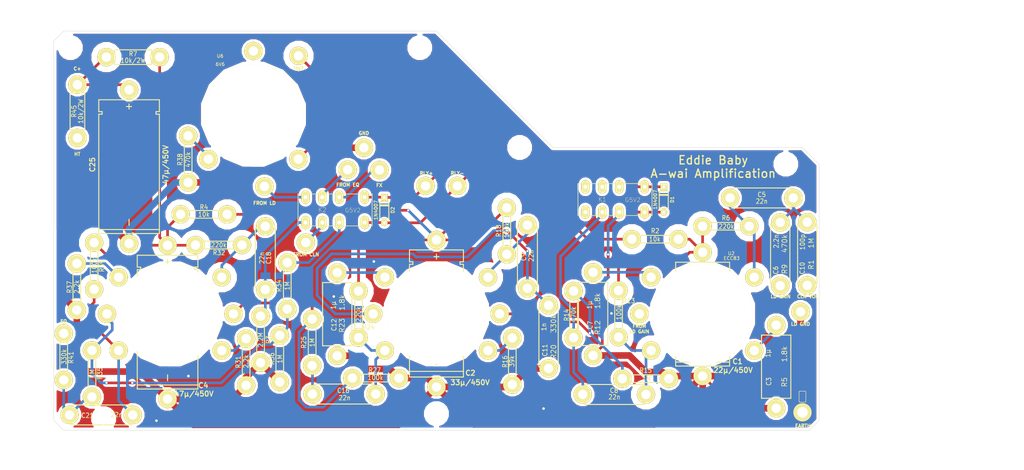
<source format=kicad_pcb>
(kicad_pcb (version 4) (host pcbnew 4.0.5+dfsg1-4)
  (layers (0 F.Cu signal) (31 B.Cu signal) (34 B.Paste user) (35 F.Paste user) (36 B.SilkS user) (37 F.SilkS user) (38 B.Mask user) (39 F.Mask user) (44 Edge.Cuts user))
  (net 0 "")
  (net 1 F+)
  (net 2 GND)
  (net 3 E+)
  (net 4 D+)
  (net 5 /HT_U2A)
  (net 6 "Net-(C8-Pad2)")
  (net 7 /HT_U2B)
  (net 8 "Net-(C11-Pad1)")
  (net 9 "Net-(C10-Pad2)")
  (net 10 /HT_U4B)
  (net 11 "Net-(C16-Pad2)")
  (net 12 /HT_U4A)
  (net 13 "Net-(C18-Pad2)")
  (net 14 "Net-(D1-Pad1)")
  (net 15 "Net-(D1-Pad2)")
  (net 16 C+)
  (net 17 "Net-(C6-Pad2)")
  (net 18 /HT_G2)
  (net 19 "Net-(C3-Pad1)")
  (net 20 "Net-(C7-Pad1)")
  (net 21 "Net-(R14-Pad2)")
  (net 22 "Net-(R16-Pad1)")
  (net 23 "Net-(C12-Pad1)")
  (net 24 /HT_U3A)
  (net 25 /HT_U3B)
  (net 26 "Net-(R31-Pad1)")
  (net 27 Earth)
  (net 28 "Net-(C21-Pad2)")
  (net 29 "Net-(P17-Pad1)")
  (net 30 "Net-(R25-Pad2)")
  (net 31 "Net-(R34-Pad1)")
  (net 32 /HT)
  (net 33 "Net-(R37-Pad1)")
  (net 34 "Net-(C10-Pad1)")
  (net 35 "Net-(K2-Pad11)")
  (net 36 "Net-(K2-Pad6)")
  (net 37 "Net-(K2-Pad4)")
  (net 38 "Net-(P16-Pad1)")
  (net 39 "Net-(P19-Pad1)")
  (net 40 "Net-(K2-Pad8)")
  (net 41 "Net-(JP2-Pad2)")
  (module SMD_Packages:1Pin (layer F.Cu) (at 85 216.5)
    (fp_text reference REF** hide)
    (fp_text value 1Pin)
    (pad "" np_thru_hole circle (at 0 0) (size 3.5 3.5) (drill 3.5) (layers *.Cu *.Mask) (clearance 2))
  )
  (module SMD_Packages:1Pin (layer F.Cu) (at 185 215)
    (fp_text reference REF** hide)
    (fp_text value 1Pin)
    (pad "" np_thru_hole circle (at 0 0) (size 3.5 3.5) (drill 3.5) (layers *.Cu *.Mask) (clearance 2))
  )
  (module SMD_Packages:1Pin (layer F.Cu) (at 290 140)
    (fp_text reference REF** hide)
    (fp_text value 1Pin)
    (pad "" np_thru_hole circle (at 0 0) (size 3.5 3.5) (drill 3.5) (layers *.Cu *.Mask) (clearance 2))
  )
  (module SMD_Packages:1Pin (layer F.Cu) (at 210 135)
    (fp_text reference REF** hide)
    (fp_text value 1Pin)
    (pad "" np_thru_hole circle (at 0 0) (size 3.5 3.5) (drill 3.5) (layers *.Cu *.Mask) (clearance 2))
  )
  (module SMD_Packages:1Pin (layer F.Cu) (at 180 105)
    (fp_text reference REF** hide)
    (fp_text value 1Pin)
    (pad "" np_thru_hole circle (at 0 0) (size 3.5 3.5) (drill 3.5) (layers *.Cu *.Mask) (clearance 2))
  )
  (module SMD_Packages:1Pin (layer F.Cu) (at 75 105)
    (fp_text reference REF** hide)
    (fp_text value 1Pin)
    (pad "" np_thru_hole circle (at 0 0) (size 3.5 3.5) (drill 3.5) (layers *.Cu *.Mask) (clearance 2))
  )
  (module Diodes_SMD:SMB_Handsoldering (layer B.Cu) (at 135.636 173.5582)
    (fp_text reference JP2 hide)
    (fp_text value JUMPER hide)
    (pad 1 smd rect (at -2 0) (size 3 2) (layers B.Cu B.Paste B.Mask) (net 13 "Net-(C18-Pad2)"))
    (pad 2 smd rect (at 2 0) (size 3 2) (layers B.Cu B.Paste B.Mask) (net 41 "Net-(JP2-Pad2)"))
  )
  (module A-wai_Turrets:TURRET (layer F.Cu) (at 100.8634 217.0938)
    (fp_text reference TURRET hide)
    (fp_text value P*** hide)
    (pad 1 thru_hole circle (at 0 0) (size 0.8 0.8) (drill 0.6) (layers *.Cu *.Mask F.SilkS) (net 27 Earth) (clearance 0.5))
  )
  (module A-wai_Turrets:TURRET (layer F.Cu) (at 166.1922 169.2656)
    (fp_text reference TURRET hide)
    (fp_text value P*** hide)
    (pad 1 thru_hole circle (at 0 0) (size 0.8 0.8) (drill 0.6) (layers *.Cu *.Mask F.SilkS) (net 27 Earth) (clearance 0.5))
  )
  (module A-wai_Turrets:TURRET (layer F.Cu) (at 154.1526 179.7812)
    (fp_text reference TURRET hide)
    (fp_text value P*** hide)
    (pad 1 thru_hole circle (at 0 0) (size 0.8 0.8) (drill 0.6) (layers *.Cu *.Mask F.SilkS) (net 27 Earth) (clearance 0.5))
  )
  (module A-wai_Turrets:TURRET (layer F.Cu) (at 237.5916 184.8612)
    (fp_text reference TURRET hide)
    (fp_text value P*** hide)
    (pad 1 thru_hole circle (at 0 0) (size 0.8 0.8) (drill 0.6) (layers *.Cu *.Mask F.SilkS) (net 27 Earth) (clearance 0.5))
  )
  (module A-wai_Turrets:TURRET (layer F.Cu) (at 110.4646 203.6826)
    (fp_text reference TURRET hide)
    (fp_text value P*** hide)
    (pad 1 thru_hole circle (at 0 0) (size 0.8 0.8) (drill 0.6) (layers *.Cu *.Mask F.SilkS) (net 27 Earth) (clearance 0.5))
  )
  (module A-wai_Turrets:TURRET (layer F.Cu) (at 217.1954 213.4616)
    (fp_text reference TURRET hide)
    (fp_text value P*** hide)
    (pad 1 thru_hole circle (at 0 0) (size 0.8 0.8) (drill 0.6) (layers *.Cu *.Mask F.SilkS) (net 27 Earth) (clearance 0.5))
  )
  (module A-wai_Turrets:TUBE_TRIODE (layer F.Cu) (at 265 185)
    (fp_text reference U2 (at 8.6088 -18.1728) (layer F.SilkS))
    (fp_text value ECC83 (at 8.7104 -16.6996) (layer F.SilkS))
    (pad 3 thru_hole circle (at -15.5 -11) (size 5.5 5.5) (drill 2.8) (layers *.Cu *.Mask F.SilkS) (net 20 "Net-(C7-Pad1)") (clearance 0.5))
    (pad 2 thru_hole circle (at -19 0) (size 5.5 5.5) (drill 2.8) (layers *.Cu *.Mask F.SilkS) (clearance 0.5))
    (pad 8 thru_hole circle (at 15.5 11) (size 5.5 5.5) (drill 2.8) (layers *.Cu *.Mask F.SilkS) (net 19 "Net-(C3-Pad1)") (clearance 0.5))
    (pad "" np_thru_hole circle (at 0 0) (size 30 30) (drill 30) (layers *.Cu *.Mask F.SilkS))
    (pad 1 thru_hole circle (at -15.5 11) (size 5.5 5.5) (drill 2.8) (layers *.Cu *.Mask F.SilkS) (net 7 /HT_U2B))
    (pad 6 thru_hole circle (at 15.5 -11) (size 5.5 5.5) (drill 2.8) (layers *.Cu *.Mask F.SilkS) (net 5 /HT_U2A))
  )
  (module A-wai_Turrets:C_225P_223_400V (layer F.Cu) (at 238.4806 209.2198 180)
    (fp_text reference C8 (at 0.1016 1.1811 180) (layer F.SilkS) (effects (font (size 1.397 1.27) (thickness 0.2032))))
    (fp_text value 22n (at 0 -0.7747 180) (layer F.SilkS) (effects (font (size 1.397 1.27) (thickness 0.2032))))
    (pad 1 thru_hole circle (at -9.5 0 180) (size 5.5 5.5) (drill 2.8) (layers *.Cu *.Mask F.SilkS) (net 7 /HT_U2B))
    (pad 2 thru_hole circle (at 9.5 0 180) (size 5.5 5.5) (drill 2.8) (layers *.Cu *.Mask F.SilkS) (net 6 "Net-(C8-Pad2)"))
  )
  (module A-wai_Turrets:TURRET (layer F.Cu) (at 294.9956 214.5792)
    (fp_text reference P14)
    (fp_text value EARTH (at 0.127 4.064) (layer F.SilkS) (effects (font (size 1.016 1.016) (thickness 0.254))))
    (pad 1 thru_hole circle (at 0 0) (size 5.5 5.5) (drill 3.2) (layers *.Cu *.Mask F.SilkS) (net 27 Earth) (clearance 0.5))
  )
  (module A-wai_Turrets:C_225P_223_400V (layer F.Cu) (at 212.344 167.8178 270)
    (fp_text reference C9 (at 0.0508 1.1176 270) (layer F.SilkS) (effects (font (size 1.397 1.27) (thickness 0.2032))))
    (fp_text value 22n (at -0.2794 -1.1684 270) (layer F.SilkS) (effects (font (size 1.397 1.27) (thickness 0.2032))))
    (pad 1 thru_hole circle (at -9.5 0 270) (size 5.5 5.5) (drill 2.8) (layers *.Cu *.Mask F.SilkS) (net 24 /HT_U3A) (clearance 0.5))
    (pad 2 thru_hole circle (at 9.5 0 270) (size 5.5 5.5) (drill 2.8) (layers *.Cu *.Mask F.SilkS) (net 8 "Net-(C11-Pad1)") (clearance 0.5))
  )
  (module A-wai_Turrets:R_2W (layer F.Cu) (at 93.8276 107.8484)
    (fp_text reference R7 (at 0 -1) (layer F.SilkS) (effects (font (size 1.397 1.27) (thickness 0.2032))))
    (fp_text value 10k/2W (at 0 1) (layer F.SilkS) (effects (font (size 1.397 1.27) (thickness 0.2032))))
    (pad 1 thru_hole circle (at -8 0) (size 5.5 5.5) (drill 2.8) (layers *.Cu *.Mask F.SilkS) (net 16 C+))
    (pad 2 thru_hole circle (at 8 0) (size 5.5 5.5) (drill 2.8) (layers *.Cu *.Mask F.SilkS) (net 4 D+))
  )
  (module A-wai_Turrets:R_0.5W (layer F.Cu) (at 110.3884 138.5166 270)
    (fp_text reference R38 (at 0.112 2.413 270) (layer F.SilkS) (effects (font (size 1.397 1.27) (thickness 0.2032))))
    (fp_text value 470k (at 0.127 0 270) (layer F.SilkS) (effects (font (size 1.397 1.27) (thickness 0.2032))))
    (pad 1 thru_hole circle (at -7 0 270) (size 5.5 5.5) (drill 2.8) (layers *.Cu *.Mask F.SilkS) (net 38 "Net-(P16-Pad1)"))
    (pad 2 thru_hole circle (at 7 0 270) (size 5.5 5.5) (drill 2.8) (layers *.Cu *.Mask F.SilkS) (net 2 GND))
  )
  (module A-wai_Turrets:CPA_22uF_450V (layer F.Cu) (at 264.9982 184.4826 90)
    (fp_text reference C1 (at -14.8295 10.4775 180) (layer F.SilkS) (effects (font (thickness 0.3048))))
    (fp_text value 22µ/450V (at -17.433 9.144 180) (layer F.SilkS) (effects (font (thickness 0.3048))))
    (pad 1 thru_hole circle (at 18 0 90) (size 5.5 5.5) (drill 2.8) (layers *.Cu *.Mask F.SilkS) (net 1 F+))
    (pad 2 thru_hole circle (at -19.2 0 90) (size 5.5 5.5) (drill 2.8) (layers *.Cu *.Mask F.SilkS) (net 2 GND) (clearance 0.5))
  )
  (module A-wai_Turrets:CPA_47uF_450V (layer F.Cu) (at 104.2035 186.8805 90)
    (fp_text reference C4 (at -19.6215 10.7315 180) (layer F.SilkS) (effects (font (thickness 0.3048))))
    (fp_text value 47µ/450V (at -22.1361 7.9121 360) (layer F.SilkS) (effects (font (thickness 0.3048))))
    (pad 1 thru_hole circle (at 22.5 0 90) (size 5.5 5.5) (drill 2.8) (layers *.Cu *.Mask F.SilkS) (net 4 D+))
    (pad 2 thru_hole circle (at -23.7 0 90) (size 5.5 5.5) (drill 2.8) (layers *.Cu *.Mask F.SilkS) (net 2 GND) (clearance 0.5))
  )
  (module A-wai_Passive:DIODE (layer F.Cu) (at 253.3142 150.6728 90)
    (fp_text reference D1 (at 0 2.54 90) (layer F.SilkS) (effects (font (size 1.016 1.016) (thickness 0.2032))))
    (fp_text value 1N4007 (at 0 -2.54 90) (layer F.SilkS) (effects (font (size 1.016 1.016) (thickness 0.2032))))
    (pad 1 thru_hole rect (at 3.81 0 90) (size 2 2) (drill 0.8) (layers *.Cu *.Mask F.SilkS) (net 14 "Net-(D1-Pad1)") (clearance 0.5))
    (pad 2 thru_hole circle (at -3.81 0 90) (size 2 2) (drill 0.8) (layers *.Cu *.Mask F.SilkS) (net 15 "Net-(D1-Pad2)") (clearance 0.5))
  )
  (module A-wai_Misc:relay-G5V2 (layer F.Cu) (at 239.9284 150.622)
    (fp_text reference K1 (at -5.08 0) (layer F.SilkS) (effects (font (size 1.27 1.27) (thickness 0.0889))))
    (fp_text value G5V2 (at 4.064 0.127) (layer F.SilkS) (effects (font (size 1.27 1.27) (thickness 0.0889))))
    (pad 9 thru_hole oval (at -10.16 3.81) (size 2.5 4) (drill 1.2) (layers *.Cu *.Mask F.SilkS))
    (pad 11 thru_hole oval (at -5.08 3.81) (size 2.5 4) (drill 1.2) (layers *.Cu *.Mask F.SilkS) (net 6 "Net-(C8-Pad2)"))
    (pad 16 thru_hole oval (at 7.62 3.81) (size 2.5 4) (drill 1.2) (layers *.Cu *.Mask F.SilkS) (net 15 "Net-(D1-Pad2)"))
    (pad 1 thru_hole oval (at 7.62 -3.81) (size 2.5 4) (drill 1.2) (layers *.Cu *.Mask F.SilkS) (net 14 "Net-(D1-Pad1)"))
    (pad 6 thru_hole oval (at -5.08 -3.81) (size 2.5 4) (drill 1.2) (layers *.Cu *.Mask F.SilkS))
    (pad 8 thru_hole oval (at -10.16 -3.81) (size 2.5 4) (drill 1.2) (layers *.Cu *.Mask F.SilkS))
    (pad 4 thru_hole oval (at 0 -3.81) (size 2.5 4) (drill 1.2) (layers *.Cu *.Mask F.SilkS))
    (pad 13 thru_hole oval (at 0 3.81) (size 2.5 4) (drill 1.2) (layers *.Cu *.Mask F.SilkS) (net 2 GND))
  )
  (module A-wai_Turrets:TURRET (layer F.Cu) (at 181.737 146.5326)
    (fp_text reference P1)
    (fp_text value RLY+ (at 0.254 -3.7846) (layer F.SilkS) (effects (font (size 1.016 1.016) (thickness 0.254))))
    (pad 1 thru_hole circle (at 0 0) (size 5.5 5.5) (drill 2.8) (layers *.Cu *.Mask F.SilkS) (net 14 "Net-(D1-Pad1)") (clearance 0.5))
  )
  (module A-wai_Turrets:TURRET (layer F.Cu) (at 191.2874 146.5326)
    (fp_text reference P2)
    (fp_text value RLY- (at 0 -3.81) (layer F.SilkS) (effects (font (size 1.016 1.016) (thickness 0.254))))
    (pad 1 thru_hole circle (at 0 0) (size 5.5 5.5) (drill 2.8) (layers *.Cu *.Mask F.SilkS) (net 15 "Net-(D1-Pad2)") (clearance 0.5))
  )
  (module A-wai_Turrets:TURRET (layer F.Cu) (at 163.195 135.0772)
    (fp_text reference P6)
    (fp_text value GND (at 0 -4.3688) (layer F.SilkS) (effects (font (size 1.016 1.016) (thickness 0.254))))
    (pad 1 thru_hole circle (at 0 0) (size 5.5 5.5) (drill 2.8) (layers *.Cu *.Mask F.SilkS) (net 2 GND) (clearance 0.5))
  )
  (module A-wai_Turrets:TURRET (layer F.Cu) (at 143.5608 107.442)
    (fp_text reference P11)
    (fp_text value Ug2 (at 0.0254 3.7338) (layer F.SilkS) (effects (font (size 1.016 1.016) (thickness 0.254))))
    (pad 1 thru_hole circle (at 0 0) (size 5.5 5.5) (drill 2.8) (layers *.Cu *.Mask F.SilkS) (net 18 /HT_G2))
  )
  (module A-wai_Turrets:R_0.5W (layer F.Cu) (at 250.7234 162.56)
    (fp_text reference R2 (at 0 -2.5) (layer F.SilkS) (effects (font (size 1.397 1.27) (thickness 0.2032))))
    (fp_text value 10k (at -0.127 0) (layer F.SilkS) (effects (font (size 1.397 1.27) (thickness 0.2032))))
    (pad 1 thru_hole circle (at -7 0) (size 5.5 5.5) (drill 2.8) (layers *.Cu *.Mask F.SilkS) (net 3 E+))
    (pad 2 thru_hole circle (at 7 0) (size 5.5 5.5) (drill 2.8) (layers *.Cu *.Mask F.SilkS) (net 1 F+))
  )
  (module A-wai_Turrets:R_0.5W (layer F.Cu) (at 115.1232 155.0924)
    (fp_text reference R4 (at 0 -2.159) (layer F.SilkS) (effects (font (size 1.397 1.27) (thickness 0.2032))))
    (fp_text value 10k (at 0 0) (layer F.SilkS) (effects (font (size 1.397 1.27) (thickness 0.2032))))
    (pad 1 thru_hole circle (at -7 0) (size 5.5 5.5) (drill 2.8) (layers *.Cu *.Mask F.SilkS) (net 4 D+))
    (pad 2 thru_hole circle (at 7 0) (size 5.5 5.5) (drill 2.8) (layers *.Cu *.Mask F.SilkS) (net 3 E+))
  )
  (module A-wai_Turrets:R_0.5W (layer F.Cu) (at 271.9832 158.6738)
    (fp_text reference R6 (at 0 -2.5) (layer F.SilkS) (effects (font (size 1.397 1.27) (thickness 0.2032))))
    (fp_text value 220k (at 0.1397 0.0508) (layer F.SilkS) (effects (font (size 1.397 1.27) (thickness 0.2032))))
    (pad 1 thru_hole circle (at -7 0) (size 5.5 5.5) (drill 2.8) (layers *.Cu *.Mask F.SilkS) (net 1 F+))
    (pad 2 thru_hole circle (at 7 0) (size 5.5 5.5) (drill 2.8) (layers *.Cu *.Mask F.SilkS) (net 5 /HT_U2A))
  )
  (module A-wai_Turrets:R_0.5W (layer F.Cu) (at 239.7252 184.9905 270)
    (fp_text reference R13 (at -3.9139 -3.1115 540) (layer F.SilkS) (effects (font (size 1.397 1.27) (thickness 0.2032))))
    (fp_text value 100k (at -0.4341 -0.1143 270) (layer F.SilkS) (effects (font (size 1.397 1.27) (thickness 0.2032))))
    (pad 1 thru_hole circle (at -7 0 270) (size 5.5 5.5) (drill 2.8) (layers *.Cu *.Mask F.SilkS) (net 1 F+))
    (pad 2 thru_hole circle (at 7 0 270) (size 5.5 5.5) (drill 2.8) (layers *.Cu *.Mask F.SilkS) (net 7 /HT_U2B))
  )
  (module A-wai_Turrets:R_0.5W (layer F.Cu) (at 226.2378 185.1406 90)
    (fp_text reference R14 (at -0.2009 -2.1082 90) (layer F.SilkS) (effects (font (size 1.397 1.27) (thickness 0.2032))))
    (fp_text value 470k (at 0 0 90) (layer F.SilkS) (effects (font (size 1.397 1.27) (thickness 0.2032))))
    (pad 1 thru_hole circle (at -7 0 90) (size 5.5 5.5) (drill 2.8) (layers *.Cu *.Mask F.SilkS) (net 6 "Net-(C8-Pad2)"))
    (pad 2 thru_hole circle (at 7 0 90) (size 5.5 5.5) (drill 2.8) (layers *.Cu *.Mask F.SilkS) (net 21 "Net-(R14-Pad2)"))
  )
  (module A-wai_Turrets:R_0.5W (layer F.Cu) (at 247.8786 204.47)
    (fp_text reference R15 (at 0 -2.5) (layer F.SilkS) (effects (font (size 1.397 1.27) (thickness 0.2032))))
    (fp_text value 1M (at 0.254 0) (layer F.SilkS) (effects (font (size 1.397 1.27) (thickness 0.2032))))
    (pad 1 thru_hole circle (at -7 0) (size 5.5 5.5) (drill 2.8) (layers *.Cu *.Mask F.SilkS) (net 21 "Net-(R14-Pad2)"))
    (pad 2 thru_hole circle (at 7 0) (size 5.5 5.5) (drill 2.8) (layers *.Cu *.Mask F.SilkS) (net 2 GND))
  )
  (module A-wai_Turrets:R_0.5W (layer F.Cu) (at 207.7974 199.263 270)
    (fp_text reference R16 (at 0.0635 2.1717 270) (layer F.SilkS) (effects (font (size 1.397 1.27) (thickness 0.2032))))
    (fp_text value 39k (at 0 0.127 270) (layer F.SilkS) (effects (font (size 1.397 1.27) (thickness 0.2032))))
    (pad 1 thru_hole circle (at -7 0 270) (size 5.5 5.5) (drill 2.8) (layers *.Cu *.Mask F.SilkS) (net 22 "Net-(R16-Pad1)"))
    (pad 2 thru_hole circle (at 7 0 270) (size 5.5 5.5) (drill 2.8) (layers *.Cu *.Mask F.SilkS) (net 2 GND))
  )
  (module A-wai_Turrets:R_0.5W (layer F.Cu) (at 206.1464 160.1216 270)
    (fp_text reference R18 (at -0.0762 2.4384 270) (layer F.SilkS) (effects (font (size 1.397 1.27) (thickness 0.2032))))
    (fp_text value 100k (at -0.254 0 270) (layer F.SilkS) (effects (font (size 1.397 1.27) (thickness 0.2032))))
    (pad 1 thru_hole circle (at -7 0 270) (size 5.5 5.5) (drill 2.8) (layers *.Cu *.Mask F.SilkS) (net 3 E+))
    (pad 2 thru_hole circle (at 7 0 270) (size 5.5 5.5) (drill 2.8) (layers *.Cu *.Mask F.SilkS) (net 24 /HT_U3A))
  )
  (module A-wai_Turrets:R_0.5W (layer F.Cu) (at 161.5948 185.1256 270)
    (fp_text reference R24 (at 3.9012 -3.0226 360) (layer F.SilkS) (effects (font (size 1.397 1.27) (thickness 0.2032))))
    (fp_text value 220k (at 0.015 0 270) (layer F.SilkS) (effects (font (size 1.397 1.27) (thickness 0.2032))))
    (pad 1 thru_hole circle (at -7 0 270) (size 5.5 5.5) (drill 2.8) (layers *.Cu *.Mask F.SilkS) (net 3 E+))
    (pad 2 thru_hole circle (at 7 0 270) (size 5.5 5.5) (drill 2.8) (layers *.Cu *.Mask F.SilkS) (net 25 /HT_U3B))
  )
  (module A-wai_Turrets:R_0.5W (layer F.Cu) (at 147.6502 193.548 90)
    (fp_text reference R25 (at 0 -2.5 90) (layer F.SilkS) (effects (font (size 1.397 1.27) (thickness 0.2032))))
    (fp_text value 1M (at -0.0762 0.0254 90) (layer F.SilkS) (effects (font (size 1.397 1.27) (thickness 0.2032))))
    (pad 1 thru_hole circle (at -7 0 90) (size 5.5 5.5) (drill 2.8) (layers *.Cu *.Mask F.SilkS) (net 11 "Net-(C16-Pad2)"))
    (pad 2 thru_hole circle (at 7 0 90) (size 5.5 5.5) (drill 2.8) (layers *.Cu *.Mask F.SilkS) (net 30 "Net-(R25-Pad2)"))
  )
  (module A-wai_Turrets:R_0.5W (layer F.Cu) (at 166.751 204.2922)
    (fp_text reference R27 (at -0.3048 -2.3876) (layer F.SilkS) (effects (font (size 1.397 1.27) (thickness 0.2032))))
    (fp_text value 100k (at -0.097 -0.127) (layer F.SilkS) (effects (font (size 1.397 1.27) (thickness 0.2032))))
    (pad 1 thru_hole circle (at -7 0) (size 5.5 5.5) (drill 2.8) (layers *.Cu *.Mask F.SilkS) (net 30 "Net-(R25-Pad2)"))
    (pad 2 thru_hole circle (at 7 0) (size 5.5 5.5) (drill 2.8) (layers *.Cu *.Mask F.SilkS) (net 2 GND))
  )
  (module A-wai_Turrets:R_0.5W (layer F.Cu) (at 127.8128 199.4662 270)
    (fp_text reference R31 (at 0.0254 2.3622 270) (layer F.SilkS) (effects (font (size 1.397 1.27) (thickness 0.2032))))
    (fp_text value 2.2k (at -0.1524 0.0254 270) (layer F.SilkS) (effects (font (size 1.397 1.27) (thickness 0.2032))))
    (pad 1 thru_hole circle (at -7 0 270) (size 5.5 5.5) (drill 2.8) (layers *.Cu *.Mask F.SilkS) (net 26 "Net-(R31-Pad1)"))
    (pad 2 thru_hole circle (at 7 0 270) (size 5.5 5.5) (drill 2.8) (layers *.Cu *.Mask F.SilkS) (net 2 GND))
  )
  (module A-wai_Turrets:R_0.5W (layer F.Cu) (at 119.5832 164.3126)
    (fp_text reference R32 (at 0.0762 2.3114) (layer F.SilkS) (effects (font (size 1.397 1.27) (thickness 0.2032))))
    (fp_text value 220k (at 0 0) (layer F.SilkS) (effects (font (size 1.397 1.27) (thickness 0.2032))))
    (pad 1 thru_hole circle (at -7 0) (size 5.5 5.5) (drill 2.8) (layers *.Cu *.Mask F.SilkS) (net 4 D+))
    (pad 2 thru_hole circle (at 7 0) (size 5.5 5.5) (drill 2.8) (layers *.Cu *.Mask F.SilkS) (net 12 /HT_U4A))
  )
  (module A-wai_Turrets:R_0.5W (layer F.Cu) (at 140.1826 176.5808 90)
    (fp_text reference R34 (at 0 -2.5 90) (layer F.SilkS) (effects (font (size 1.397 1.27) (thickness 0.2032))))
    (fp_text value 1M (at 0 0 90) (layer F.SilkS) (effects (font (size 1.397 1.27) (thickness 0.2032))))
    (pad 1 thru_hole circle (at -7 0 90) (size 5.5 5.5) (drill 2.8) (layers *.Cu *.Mask F.SilkS) (net 31 "Net-(R34-Pad1)"))
    (pad 2 thru_hole circle (at 7 0 90) (size 5.5 5.5) (drill 2.8) (layers *.Cu *.Mask F.SilkS) (net 41 "Net-(JP2-Pad2)"))
  )
  (module A-wai_Turrets:R_0.5W (layer F.Cu) (at 76.9366 176.8706 270)
    (fp_text reference R37 (at 0.0912 2.2098 270) (layer F.SilkS) (effects (font (size 1.397 1.27) (thickness 0.2032))))
    (fp_text value 2.2k (at 0 0 270) (layer F.SilkS) (effects (font (size 1.397 1.27) (thickness 0.2032))))
    (pad 1 thru_hole circle (at -7 0 270) (size 5.5 5.5) (drill 2.8) (layers *.Cu *.Mask F.SilkS) (net 33 "Net-(R37-Pad1)"))
    (pad 2 thru_hole circle (at 7 0 270) (size 5.5 5.5) (drill 2.8) (layers *.Cu *.Mask F.SilkS) (net 2 GND))
  )
  (module A-wai_Turrets:TURRET (layer F.Cu) (at 294.4114 184.3786)
    (fp_text reference P15)
    (fp_text value "LD GND" (at 0 3.683) (layer F.SilkS) (effects (font (size 1.016 1.016) (thickness 0.254))))
    (pad 1 thru_hole circle (at 0 0) (size 5.5 5.5) (drill 2.8) (layers *.Cu *.Mask F.SilkS) (net 2 GND) (clearance 0.5))
  )
  (module Freetronics:SJ_OPEN (layer F.Cu) (at 294.9956 209.8802 270)
    (fp_text reference JP1 hide)
    (fp_text value JUMPER hide)
    (pad 1 smd rect (at -0.762 0 270) (size 1.1684 1.6002) (layers F.Cu F.Mask) (net 2 GND))
    (pad 2 smd rect (at 0.762 0 270) (size 1.1684 1.6002) (layers F.Cu F.Mask) (net 27 Earth))
  )
  (module A-wai_Turrets:C_225P_472_400V (layer F.Cu) (at 288.3154 167.0308 270)
    (fp_text reference C6 (at 4.826 1.3335 270) (layer F.SilkS) (effects (font (size 1.397 1.27) (thickness 0.2032))))
    (fp_text value 2.2n (at -3.81 1.2065 270) (layer F.SilkS) (effects (font (size 1.397 1.27) (thickness 0.2032))))
    (pad 1 thru_hole circle (at -9.5 0 270) (size 5.5 5.5) (drill 2.8) (layers *.Cu *.Mask F.SilkS) (net 9 "Net-(C10-Pad2)") (clearance 0.5))
    (pad 2 thru_hole circle (at 9.5 0 270) (size 5.5 5.5) (drill 2.8) (layers *.Cu *.Mask F.SilkS) (net 17 "Net-(C6-Pad2)") (clearance 0.5))
  )
  (module A-wai_Turrets:C_M150_105_100V (layer F.Cu) (at 232.0925 185.0104 270)
    (fp_text reference C7 (at 3.3655 0.889 270) (layer F.SilkS) (effects (font (size 1.397 1.27) (thickness 0.2032))))
    (fp_text value 1µ (at -2.7305 1.0795 270) (layer F.SilkS) (effects (font (size 1.397 1.27) (thickness 0.2032))))
    (pad 1 thru_hole circle (at -12.5 0 270) (size 5.5 5.5) (drill 2.8) (layers *.Cu *.Mask F.SilkS) (net 20 "Net-(C7-Pad1)") (clearance 0.5))
    (pad 2 thru_hole circle (at 12.5 0 270) (size 5.5 5.5) (drill 2.8) (layers *.Cu *.Mask F.SilkS) (net 2 GND) (clearance 0.5))
  )
  (module A-wai_Turrets:C_225P_472_400V (layer F.Cu) (at 218.694 191.9097 270)
    (fp_text reference C11 (at 4.0005 1.0795 270) (layer F.SilkS) (effects (font (size 1.397 1.27) (thickness 0.2032))))
    (fp_text value 1n (at -2.9845 1.397 270) (layer F.SilkS) (effects (font (size 1.397 1.27) (thickness 0.2032))))
    (pad 1 thru_hole circle (at -9.5 0 270) (size 5.5 5.5) (drill 2.8) (layers *.Cu *.Mask F.SilkS) (net 8 "Net-(C11-Pad1)") (clearance 0.5))
    (pad 2 thru_hole circle (at 9.5 0 270) (size 5.5 5.5) (drill 2.8) (layers *.Cu *.Mask F.SilkS) (net 2 GND) (clearance 0.5))
  )
  (module A-wai_Turrets:C_M150_105_100V (layer F.Cu) (at 155.194 185.0898 270)
    (fp_text reference C12 (at 3.2258 0.9652 270) (layer F.SilkS) (effects (font (size 1.397 1.27) (thickness 0.2032))))
    (fp_text value 1µ (at -2.7178 1.1684 270) (layer F.SilkS) (effects (font (size 1.397 1.27) (thickness 0.2032))))
    (pad 1 thru_hole circle (at -12.5 0 270) (size 5.5 5.5) (drill 2.8) (layers *.Cu *.Mask F.SilkS) (net 23 "Net-(C12-Pad1)") (clearance 0.5))
    (pad 2 thru_hole circle (at 12.5 0 270) (size 5.5 5.5) (drill 2.8) (layers *.Cu *.Mask F.SilkS) (net 2 GND) (clearance 0.5))
  )
  (module A-wai_Turrets:C_225P_223_400V (layer F.Cu) (at 157.251 209.0928 180)
    (fp_text reference C16 (at 0.2286 1.0414 180) (layer F.SilkS) (effects (font (size 1.397 1.27) (thickness 0.2032))))
    (fp_text value 22n (at -0.1524 -1.143 180) (layer F.SilkS) (effects (font (size 1.397 1.27) (thickness 0.2032))))
    (pad 1 thru_hole circle (at -9.5 0 180) (size 5.5 5.5) (drill 2.8) (layers *.Cu *.Mask F.SilkS) (net 25 /HT_U3B) (clearance 0.5))
    (pad 2 thru_hole circle (at 9.5 0 180) (size 5.5 5.5) (drill 2.8) (layers *.Cu *.Mask F.SilkS) (net 11 "Net-(C16-Pad2)") (clearance 0.5))
  )
  (module A-wai_Turrets:C_225P_223_400V (layer F.Cu) (at 133.5786 168.1988 270)
    (fp_text reference C18 (at 0 -1 270) (layer F.SilkS) (effects (font (size 1.397 1.27) (thickness 0.2032))))
    (fp_text value 22n (at 0 1 270) (layer F.SilkS) (effects (font (size 1.397 1.27) (thickness 0.2032))))
    (pad 1 thru_hole circle (at -9.5 0 270) (size 5.5 5.5) (drill 2.8) (layers *.Cu *.Mask F.SilkS) (net 12 /HT_U4A) (clearance 0.5))
    (pad 2 thru_hole circle (at 9.5 0 270) (size 5.5 5.5) (drill 2.8) (layers *.Cu *.Mask F.SilkS) (net 13 "Net-(C18-Pad2)") (clearance 0.5))
  )
  (module A-wai_Turrets:C_225P_223_400V (layer F.Cu) (at 84.2518 215.3666 180)
    (fp_text reference C21 (at 4.1148 -0.1778 180) (layer F.SilkS) (effects (font (size 1.397 1.27) (thickness 0.2032))))
    (fp_text value 22n (at -4.6482 0.0508 180) (layer F.SilkS) (effects (font (size 1.397 1.27) (thickness 0.2032))))
    (pad 1 thru_hole circle (at -9.5 0 180) (size 5.5 5.5) (drill 2.8) (layers *.Cu *.Mask F.SilkS) (net 10 /HT_U4B) (clearance 0.5))
    (pad 2 thru_hole circle (at 9.5 0 180) (size 5.5 5.5) (drill 2.8) (layers *.Cu *.Mask F.SilkS) (net 28 "Net-(C21-Pad2)") (clearance 0.5))
  )
  (module A-wai_Turrets:CPA_47uF_450V (layer F.Cu) (at 92.6338 140.1572 90)
    (fp_text reference C25 (at 0 -11 90) (layer F.SilkS) (effects (font (thickness 0.3048))))
    (fp_text value 47µ/450V (at 0 11 90) (layer F.SilkS) (effects (font (thickness 0.3048))))
    (pad 1 thru_hole circle (at 22.5 0 90) (size 5.5 5.5) (drill 2.8) (layers *.Cu *.Mask F.SilkS) (net 16 C+) (clearance 0.5))
    (pad 2 thru_hole circle (at -23.7 0 90) (size 5.5 5.5) (drill 2.8) (layers *.Cu *.Mask F.SilkS) (net 2 GND) (clearance 0.5))
  )
  (module A-wai_Turrets:R_0.5W (layer F.Cu) (at 132.1562 192.6844 270)
    (fp_text reference R3 (at 0.0635 -2.413 270) (layer F.SilkS) (effects (font (size 1.397 1.27) (thickness 0.2032))))
    (fp_text value 2.2M (at 0.127 0 270) (layer F.SilkS) (effects (font (size 1.397 1.27) (thickness 0.2032))))
    (pad 1 thru_hole circle (at -7 0 270) (size 5.5 5.5) (drill 2.8) (layers *.Cu *.Mask F.SilkS) (net 13 "Net-(C18-Pad2)"))
    (pad 2 thru_hole circle (at 7 0 270) (size 5.5 5.5) (drill 2.8) (layers *.Cu *.Mask F.SilkS) (net 2 GND))
  )
  (module A-wai_Turrets:R_0.5W (layer F.Cu) (at 81.4832 202.9564 90)
    (fp_text reference R35 (at 0.0508 2.3876 90) (layer F.SilkS) (effects (font (size 1.397 1.27) (thickness 0.2032))))
    (fp_text value 1M (at -0.0254 0.0508 90) (layer F.SilkS) (effects (font (size 1.397 1.27) (thickness 0.2032))))
    (pad 1 thru_hole circle (at -7 0 90) (size 5.5 5.5) (drill 2.8) (layers *.Cu *.Mask F.SilkS) (net 28 "Net-(C21-Pad2)"))
    (pad 2 thru_hole circle (at 7 0 90) (size 5.5 5.5) (drill 2.8) (layers *.Cu *.Mask F.SilkS) (net 31 "Net-(R34-Pad1)"))
  )
  (module A-wai_Turrets:R_0.5W (layer F.Cu) (at 137.922 198.4756 270)
    (fp_text reference R36 (at -0.015 2.3368 270) (layer F.SilkS) (effects (font (size 1.397 1.27) (thickness 0.2032))))
    (fp_text value 1M (at 0.0612 -0.0508 270) (layer F.SilkS) (effects (font (size 1.397 1.27) (thickness 0.2032))))
    (pad 1 thru_hole circle (at -7 0 270) (size 5.5 5.5) (drill 2.8) (layers *.Cu *.Mask F.SilkS) (net 31 "Net-(R34-Pad1)"))
    (pad 2 thru_hole circle (at 7 0 270) (size 5.5 5.5) (drill 2.8) (layers *.Cu *.Mask F.SilkS) (net 2 GND))
  )
  (module A-wai_Turrets:R_0.5W (layer F.Cu) (at 82.1436 170.6118 270)
    (fp_text reference R39 (at 0 -2.3114 270) (layer F.SilkS) (effects (font (size 1.397 1.27) (thickness 0.2032))))
    (fp_text value 100k (at -0.127 -0.0508 270) (layer F.SilkS) (effects (font (size 1.397 1.27) (thickness 0.2032))))
    (pad 1 thru_hole circle (at -7 0 270) (size 5.5 5.5) (drill 2.8) (layers *.Cu *.Mask F.SilkS) (net 4 D+))
    (pad 2 thru_hole circle (at 7 0 270) (size 5.5 5.5) (drill 2.8) (layers *.Cu *.Mask F.SilkS) (net 10 /HT_U4B))
  )
  (module A-wai_Turrets:R_0.5W (layer F.Cu) (at 72.9996 197.8764 270)
    (fp_text reference R41 (at 0.2436 -2.2098 270) (layer F.SilkS) (effects (font (size 1.397 1.27) (thickness 0.2032))))
    (fp_text value 330k (at 0.036776 -0.083268 270) (layer F.SilkS) (effects (font (size 1.397 1.27) (thickness 0.2032))))
    (pad 1 thru_hole circle (at -7 0 270) (size 5.5 5.5) (drill 2.8) (layers *.Cu *.Mask F.SilkS) (net 29 "Net-(P17-Pad1)"))
    (pad 2 thru_hole circle (at 7 0 270) (size 5.5 5.5) (drill 2.8) (layers *.Cu *.Mask F.SilkS) (net 28 "Net-(C21-Pad2)"))
  )
  (module A-wai_Turrets:R_2W (layer F.Cu) (at 77.1144 124.1308 90)
    (fp_text reference R45 (at 0 -1 90) (layer F.SilkS) (effects (font (size 1.397 1.27) (thickness 0.2032))))
    (fp_text value 10k/2W (at 0 1 90) (layer F.SilkS) (effects (font (size 1.397 1.27) (thickness 0.2032))))
    (pad 1 thru_hole circle (at -8 0 90) (size 5.5 5.5) (drill 2.8) (layers *.Cu *.Mask F.SilkS) (net 32 /HT) (clearance 0.5))
    (pad 2 thru_hole circle (at 8 0 90) (size 5.5 5.5) (drill 2.8) (layers *.Cu *.Mask F.SilkS) (net 16 C+) (clearance 0.5))
  )
  (module A-wai_Turrets:TUBE_TRIODE (layer F.Cu) (at 185 185)
    (fp_text reference U3 hide)
    (fp_text value ECC83 hide)
    (pad 3 thru_hole circle (at -15.5 -11) (size 5.5 5.5) (drill 2.8) (layers *.Cu *.Mask F.SilkS) (net 23 "Net-(C12-Pad1)") (clearance 0.5))
    (pad 2 thru_hole circle (at -19 0) (size 5.5 5.5) (drill 2.8) (layers *.Cu *.Mask F.SilkS) (net 8 "Net-(C11-Pad1)") (clearance 0.5))
    (pad 8 thru_hole circle (at 15.5 11) (size 5.5 5.5) (drill 2.8) (layers *.Cu *.Mask F.SilkS) (net 22 "Net-(R16-Pad1)") (clearance 0.5))
    (pad "" np_thru_hole circle (at 0 0) (size 30 30) (drill 30) (layers *.Cu *.Mask F.SilkS))
    (pad 1 thru_hole circle (at -15.5 11) (size 5.5 5.5) (drill 2.8) (layers *.Cu *.Mask F.SilkS) (net 25 /HT_U3B))
    (pad 6 thru_hole circle (at 15.5 -11) (size 5.5 5.5) (drill 2.8) (layers *.Cu *.Mask F.SilkS) (net 24 /HT_U3A))
    (pad 7 thru_hole circle (at 19 0) (size 5.5 5.5) (drill 2.8) (layers *.Cu *.Mask F.SilkS) (net 21 "Net-(R14-Pad2)"))
  )
  (module A-wai_Turrets:TUBE_TRIODE (layer F.Cu) (at 105 185)
    (fp_text reference U4 hide)
    (fp_text value ECC83 hide)
    (pad 3 thru_hole circle (at -15.5 -11) (size 5.5 5.5) (drill 2.8) (layers *.Cu *.Mask F.SilkS) (net 33 "Net-(R37-Pad1)") (clearance 0.5))
    (pad 2 thru_hole circle (at -19 0) (size 5.5 5.5) (drill 2.8) (layers *.Cu *.Mask F.SilkS) (net 31 "Net-(R34-Pad1)") (clearance 0.5))
    (pad 8 thru_hole circle (at 15.5 11) (size 5.5 5.5) (drill 2.8) (layers *.Cu *.Mask F.SilkS) (net 26 "Net-(R31-Pad1)") (clearance 0.5))
    (pad "" np_thru_hole circle (at 0 0) (size 30 30) (drill 30) (layers *.Cu *.Mask F.SilkS))
    (pad 1 thru_hole circle (at -15.5 11) (size 5.5 5.5) (drill 2.8) (layers *.Cu *.Mask F.SilkS) (net 10 /HT_U4B))
    (pad 6 thru_hole circle (at 15.5 -11) (size 5.5 5.5) (drill 2.8) (layers *.Cu *.Mask F.SilkS) (net 12 /HT_U4A))
    (pad 7 thru_hole circle (at 19 0) (size 5.5 5.5) (drill 2.8) (layers *.Cu *.Mask F.SilkS) (net 30 "Net-(R25-Pad2)"))
  )
  (module A-wai_Turrets:C_M150_105_100V (layer F.Cu) (at 287.0962 200.8664 270)
    (fp_text reference C3 (at 4.4545 2.2225 270) (layer F.SilkS) (effects (font (size 1.397 1.27) (thickness 0.2032))))
    (fp_text value 1µ (at -4.0545 2.4765 270) (layer F.SilkS) (effects (font (size 1.397 1.27) (thickness 0.2032))))
    (pad 1 thru_hole circle (at -12.5 0 270) (size 5.5 5.5) (drill 2.8) (layers *.Cu *.Mask F.SilkS) (net 19 "Net-(C3-Pad1)") (clearance 0.5))
    (pad 2 thru_hole circle (at 12.5 0 270) (size 5.5 5.5) (drill 2.8) (layers *.Cu *.Mask F.SilkS) (net 2 GND) (clearance 0.5))
  )
  (module A-wai_Turrets:C_225P_223_400V (layer F.Cu) (at 282.7528 150.1648)
    (fp_text reference C5 (at 0 -1) (layer F.SilkS) (effects (font (size 1.397 1.27) (thickness 0.2032))))
    (fp_text value 22n (at 0 1) (layer F.SilkS) (effects (font (size 1.397 1.27) (thickness 0.2032))))
    (pad 1 thru_hole circle (at -9.5 0) (size 5.5 5.5) (drill 2.8) (layers *.Cu *.Mask F.SilkS) (net 5 /HT_U2A) (clearance 0.5))
    (pad 2 thru_hole circle (at 9.5 0) (size 5.5 5.5) (drill 2.8) (layers *.Cu *.Mask F.SilkS) (net 9 "Net-(C10-Pad2)") (clearance 0.5))
  )
  (module A-wai_Turrets:CPA_33uF_450V (layer F.Cu) (at 185.006 184.2752 90)
    (fp_text reference C2 (at -18.493 10.193 180) (layer F.SilkS) (effects (font (thickness 0.3048))))
    (fp_text value 33µ/450V (at -21.3378 10.0914 180) (layer F.SilkS) (effects (font (thickness 0.3048))))
    (pad 1 thru_hole circle (at 21.5 0 90) (size 5.5 5.5) (drill 2.8) (layers *.Cu *.Mask F.SilkS) (net 3 E+) (clearance 0.5))
    (pad 2 thru_hole circle (at -22.7 0 90) (size 5.5 5.5) (drill 2.8) (layers *.Cu *.Mask F.SilkS) (net 2 GND) (clearance 0.5))
  )
  (module A-wai_Turrets:C_225P_472_400V (layer F.Cu) (at 296.4434 166.9288 90)
    (fp_text reference C10 (at -4.3434 -1.4986 90) (layer F.SilkS) (effects (font (size 1.397 1.27) (thickness 0.2032))))
    (fp_text value 100p (at 3.4798 -1.4224 90) (layer F.SilkS) (effects (font (size 1.397 1.27) (thickness 0.2032))))
    (pad 1 thru_hole circle (at -9.5 0 90) (size 5.5 5.5) (drill 2.8) (layers *.Cu *.Mask F.SilkS) (net 34 "Net-(C10-Pad1)") (clearance 0.5))
    (pad 2 thru_hole circle (at 9.5 0 90) (size 5.5 5.5) (drill 2.8) (layers *.Cu *.Mask F.SilkS) (net 9 "Net-(C10-Pad2)") (clearance 0.5))
  )
  (module A-wai_Passive:DIODE (layer F.Cu) (at 169.3418 153.8224 90)
    (fp_text reference D2 (at 0 2.54 90) (layer F.SilkS) (effects (font (size 1.016 1.016) (thickness 0.2032))))
    (fp_text value 1N4007 (at 0 -2.54 90) (layer F.SilkS) (effects (font (size 1.016 1.016) (thickness 0.2032))))
    (pad 1 thru_hole rect (at 3.81 0 90) (size 2 2) (drill 0.8) (layers *.Cu *.Mask F.SilkS) (net 14 "Net-(D1-Pad1)") (clearance 0.5))
    (pad 2 thru_hole circle (at -3.81 0 90) (size 2 2) (drill 0.8) (layers *.Cu *.Mask F.SilkS) (net 15 "Net-(D1-Pad2)") (clearance 0.5))
  )
  (module A-wai_Misc:relay-G5V2 (layer F.Cu) (at 155.8036 153.7462)
    (fp_text reference K2 (at -5.08 0) (layer F.SilkS) (effects (font (size 1.27 1.27) (thickness 0.0889))))
    (fp_text value G5V2 (at 4.064 0.127) (layer F.SilkS) (effects (font (size 1.27 1.27) (thickness 0.0889))))
    (pad 9 thru_hole oval (at -10.16 3.81) (size 2.5 4) (drill 1.2) (layers *.Cu *.Mask F.SilkS) (net 13 "Net-(C18-Pad2)"))
    (pad 11 thru_hole oval (at -5.08 3.81) (size 2.5 4) (drill 1.2) (layers *.Cu *.Mask F.SilkS) (net 35 "Net-(K2-Pad11)"))
    (pad 16 thru_hole oval (at 7.62 3.81) (size 2.5 4) (drill 1.2) (layers *.Cu *.Mask F.SilkS) (net 15 "Net-(D1-Pad2)"))
    (pad 1 thru_hole oval (at 7.62 -3.81) (size 2.5 4) (drill 1.2) (layers *.Cu *.Mask F.SilkS) (net 14 "Net-(D1-Pad1)"))
    (pad 6 thru_hole oval (at -5.08 -3.81) (size 2.5 4) (drill 1.2) (layers *.Cu *.Mask F.SilkS) (net 36 "Net-(K2-Pad6)"))
    (pad 8 thru_hole oval (at -10.16 -3.81) (size 2.5 4) (drill 1.2) (layers *.Cu *.Mask F.SilkS) (net 40 "Net-(K2-Pad8)"))
    (pad 4 thru_hole oval (at 0 -3.81) (size 2.5 4) (drill 1.2) (layers *.Cu *.Mask F.SilkS) (net 37 "Net-(K2-Pad4)"))
    (pad 13 thru_hole oval (at 0 3.81) (size 2.5 4) (drill 1.2) (layers *.Cu *.Mask F.SilkS) (net 41 "Net-(JP2-Pad2)"))
  )
  (module A-wai_Turrets:TURRET (layer F.Cu) (at 145.7452 163.5506)
    (fp_text reference P9 hide)
    (fp_text value "FROM CLN" (at 0.0762 3.6068) (layer F.SilkS) (effects (font (size 1.016 1.016) (thickness 0.254))))
    (pad 1 thru_hole circle (at 0 0) (size 5.5 5.5) (drill 2.8) (layers *.Cu *.Mask F.SilkS) (net 35 "Net-(K2-Pad11)") (clearance 0.5))
  )
  (module A-wai_Turrets:TURRET (layer F.Cu) (at 158.3182 141.6812)
    (fp_text reference P10 hide)
    (fp_text value "FROM EQ" (at 0.0508 4.5466) (layer F.SilkS) (effects (font (size 1.016 1.016) (thickness 0.254))))
    (pad 1 thru_hole circle (at 0 0) (size 5.5 5.5) (drill 2.8) (layers *.Cu *.Mask F.SilkS) (net 36 "Net-(K2-Pad6)") (clearance 0.5))
  )
  (module A-wai_Turrets:TURRET (layer F.Cu) (at 133.3246 146.7104)
    (fp_text reference P12 hide)
    (fp_text value "FROM LD" (at 0 5) (layer F.SilkS) (effects (font (size 1.016 1.016) (thickness 0.254))))
    (pad 1 thru_hole circle (at 0 0) (size 5.5 5.5) (drill 2.8) (layers *.Cu *.Mask F.SilkS) (net 40 "Net-(K2-Pad8)") (clearance 0.5))
  )
  (module A-wai_Turrets:TURRET (layer F.Cu) (at 167.894 141.7574)
    (fp_text reference P13 hide)
    (fp_text value FX (at -0.0508 4.5974) (layer F.SilkS) (effects (font (size 1.016 1.016) (thickness 0.254))))
    (pad 1 thru_hole circle (at 0 0) (size 5.5 5.5) (drill 2.8) (layers *.Cu *.Mask F.SilkS) (net 37 "Net-(K2-Pad4)") (clearance 0.5))
  )
  (module A-wai_Turrets:TUBE_PENTODE (layer F.Cu) (at 130 125)
    (fp_text reference U6 (at -10 -17.5) (layer F.SilkS))
    (fp_text value 6V6 (at -10 -15) (layer F.SilkS))
    (pad 3 thru_hole circle (at 0 -19) (size 5.5 5.5) (drill 2.8) (layers *.Cu *.Mask F.SilkS) (net 39 "Net-(P19-Pad1)") (clearance 0.5))
    (pad 2 thru_hole circle (at -13.5 13.5) (size 5.5 5.5) (drill 2.8) (layers *.Cu *.Mask F.SilkS) (net 38 "Net-(P16-Pad1)") (clearance 0.5))
    (pad 9 thru_hole circle (at 13.5 13.5) (size 5.5 5.5) (drill 2.8) (layers *.Cu *.Mask F.SilkS) (net 18 /HT_G2) (clearance 0.5))
    (pad "" np_thru_hole circle (at 0 0) (size 30 30) (drill 30) (layers *.Cu *.Mask F.SilkS))
  )
  (gr_text "R1   1M" (at 297.6118 166.9288 90) (layer F.SilkS) (effects (font (size 1.5 1.5) (thickness 0.2))))
  (gr_text "FROM\nLD GAIN" (at 245.999 189.5094) (layer F.SilkS) (effects (font (size 1 1) (thickness 0.25))))
  (gr_text HT (at 77.089 136.9822) (layer F.SilkS) (effects (font (size 1 1) (thickness 0.25))))
  (gr_text "R23  1.8k" (at 156.6418 184.9374 90) (layer F.SilkS) (effects (font (size 1.5 1.5) (thickness 0.2))))
  (gr_text "R20   330k" (at 220.218 191.9097 90) (layer F.SilkS) (effects (font (size 1.5 1.5) (thickness 0.2))))
  (gr_text "R12   1.8k" (at 233.426 185.0009 90) (layer F.SilkS) (effects (font (size 1.5 1.5) (thickness 0.2))))
  (gr_text "R9   470k" (at 289.6362 167.0812 90) (layer F.SilkS) (effects (font (size 1.5 1.5) (thickness 0.2))))
  (gr_text "R5    1.8k" (at 289.5854 200.8378 90) (layer F.SilkS) (effects (font (size 1.5 1.5) (thickness 0.2))))
  (gr_text "Eddie Baby\nA-wai Amplification" (at 268.1478 140.8176) (layer F.SilkS) (effects (font (size 2.5 2.5) (thickness 0.4))))
  (gr_text EQ (at 72.9742 187.2742) (layer F.SilkS) (effects (font (size 1 1) (thickness 0.25))))
  (gr_text "CLN VOL" (at 296.545 179.7812) (layer F.SilkS) (effects (font (size 1 1) (thickness 0.25))))
  (gr_text C+ (at 77.089 111.3282) (layer F.SilkS) (effects (font (size 1 1) (thickness 0.25))))
  (gr_text "LD GAIN" (at 288.4424 179.7812) (layer F.SilkS) (effects (font (size 1 1) (thickness 0.25))))
  (gr_line (start 297 220) (end 300 217) (layer Edge.Cuts) (width 0.1))
  (gr_line (start 70 217) (end 73 220) (layer Edge.Cuts) (width 0.1))
  (gr_line (start 70 103) (end 73 100) (layer Edge.Cuts) (width 0.1))
  (gr_line (start 185 100) (end 220 135) (layer Edge.Cuts) (width 0.1))
  (gr_line (start 295 135) (end 300 140) (layer Edge.Cuts) (width 0.1))
  (gr_line (start 220 135) (end 295 135) (layer Edge.Cuts) (width 0.1))
  (gr_line (start 70 103) (end 70 217) (layer Edge.Cuts) (width 0.1))
  (gr_line (start 185 100) (end 73 100) (layer Edge.Cuts) (width 0.1))
  (gr_line (start 300 217) (end 300 140) (layer Edge.Cuts) (width 0.1))
  (gr_line (start 73 220) (end 297 220) (layer Edge.Cuts) (width 0.1))
  (segment (start 264.9982 166.4826) (end 261.109113 166.4826) (width 0.8) (layer F.Cu) (net 1))
  (segment (start 261.109113 166.4826) (end 259.900913 167.6908) (width 0.8) (layer F.Cu) (net 1))
  (segment (start 259.900913 167.6908) (end 242.7986 167.6908) (width 0.8) (layer F.Cu) (net 1))
  (segment (start 242.7986 167.6908) (end 239.7252 170.7642) (width 0.8) (layer F.Cu) (net 1))
  (segment (start 239.7252 170.7642) (end 239.7252 177.9905) (width 0.8) (layer F.Cu) (net 1))
  (segment (start 264.9982 166.4826) (end 261.0756 162.56) (width 0.8) (layer F.Cu) (net 1))
  (segment (start 261.0756 162.56) (end 257.7234 162.56) (width 0.8) (layer F.Cu) (net 1))
  (segment (start 264.9832 158.6738) (end 264.9832 166.4676) (width 0.8) (layer F.Cu) (net 1))
  (segment (start 264.9832 166.4676) (end 264.9982 166.4826) (width 0.8) (layer F.Cu) (net 1))
  (segment (start 76.9366 183.8706) (end 72.386599 179.320599) (width 2) (layer F.Cu) (net 2))
  (segment (start 72.386599 179.320599) (end 72.386599 161.064801) (width 2) (layer F.Cu) (net 2))
  (segment (start 72.386599 161.064801) (end 77.0636 156.3878) (width 2) (layer F.Cu) (net 2))
  (segment (start 77.0636 156.3878) (end 85.1644 156.3878) (width 2) (layer F.Cu) (net 2))
  (segment (start 85.1644 156.3878) (end 92.6338 163.8572) (width 2) (layer F.Cu) (net 2))
  (segment (start 232.0925 197.5104) (end 243.0018 197.5104) (width 2) (layer F.Cu) (net 2))
  (segment (start 243.0018 197.5104) (end 247.9802 202.4888) (width 2) (layer F.Cu) (net 2))
  (segment (start 247.9802 202.4888) (end 252.8974 202.4888) (width 2) (layer F.Cu) (net 2))
  (segment (start 252.8974 202.4888) (end 254.8786 204.47) (width 2) (layer F.Cu) (net 2))
  (segment (start 77.8002 192.905398) (end 77.8002 188.623287) (width 2) (layer F.Cu) (net 2))
  (segment (start 77.8002 188.623287) (end 76.9366 187.759687) (width 2) (layer F.Cu) (net 2))
  (segment (start 76.9366 187.759687) (end 76.9366 183.8706) (width 2) (layer F.Cu) (net 2))
  (segment (start 77.8002 192.905398) (end 76.0222 194.683398) (width 2) (layer F.Cu) (net 2))
  (segment (start 76.0222 194.683398) (end 76.0222 198.12) (width 2) (layer F.Cu) (net 2))
  (segment (start 76.0222 198.12) (end 80.2386 202.3364) (width 2) (layer F.Cu) (net 2))
  (segment (start 80.2386 202.3364) (end 95.9594 202.3364) (width 2) (layer F.Cu) (net 2))
  (segment (start 95.9594 202.3364) (end 104.2035 210.5805) (width 2) (layer F.Cu) (net 2))
  (segment (start 137.589801 141.958601) (end 139.839801 144.208601) (width 2) (layer F.Cu) (net 2))
  (segment (start 139.839801 144.208601) (end 149.056797 144.208601) (width 2) (layer F.Cu) (net 2))
  (segment (start 149.056797 144.208601) (end 158.188198 135.0772) (width 2) (layer F.Cu) (net 2))
  (segment (start 158.188198 135.0772) (end 159.305913 135.0772) (width 2) (layer F.Cu) (net 2))
  (segment (start 159.305913 135.0772) (end 163.195 135.0772) (width 2) (layer F.Cu) (net 2))
  (segment (start 110.3884 145.5166) (end 127.784398 145.5166) (width 2) (layer F.Cu) (net 2))
  (segment (start 127.784398 145.5166) (end 131.342397 141.958601) (width 2) (layer F.Cu) (net 2))
  (segment (start 131.342397 141.958601) (end 137.589801 141.958601) (width 2) (layer F.Cu) (net 2))
  (segment (start 92.6338 163.8572) (end 92.6338 159.382113) (width 2) (layer B.Cu) (net 2))
  (segment (start 92.6338 159.382113) (end 106.499313 145.5166) (width 2) (layer B.Cu) (net 2))
  (segment (start 106.499313 145.5166) (end 110.3884 145.5166) (width 2) (layer B.Cu) (net 2))
  (segment (start 132.1562 199.6844) (end 132.1562 199.7098) (width 2) (layer F.Cu) (net 2))
  (segment (start 132.1562 199.7098) (end 137.922 205.4756) (width 2) (layer F.Cu) (net 2))
  (segment (start 127.8128 206.4662) (end 127.8128 204.0278) (width 2) (layer F.Cu) (net 2))
  (segment (start 127.8128 204.0278) (end 132.1562 199.6844) (width 2) (layer F.Cu) (net 2))
  (segment (start 104.2035 210.5805) (end 123.6985 210.5805) (width 2) (layer F.Cu) (net 2))
  (segment (start 123.6985 210.5805) (end 127.8128 206.4662) (width 2) (layer F.Cu) (net 2))
  (segment (start 236.601 167.1574) (end 236.601 158.5094) (width 0.8) (layer B.Cu) (net 2))
  (segment (start 239.9284 155.182) (end 239.9284 154.432) (width 0.8) (layer B.Cu) (net 2))
  (segment (start 236.601 158.5094) (end 239.9284 155.182) (width 0.8) (layer B.Cu) (net 2))
  (segment (start 234.842499 186.365701) (end 234.842499 175.547199) (width 0.8) (layer F.Cu) (net 2))
  (segment (start 234.842499 175.547199) (end 236.601 173.788698) (width 0.8) (layer F.Cu) (net 2))
  (segment (start 236.601 173.788698) (end 236.601 167.1574) (width 0.8) (layer F.Cu) (net 2))
  (via (at 236.601 167.1574) (size 0.8) (drill 0.6) (layers F.Cu B.Cu) (net 2))
  (segment (start 232.0925 197.5104) (end 234.842499 194.760401) (width 0.8) (layer F.Cu) (net 2))
  (segment (start 234.842499 194.760401) (end 234.842499 186.365701) (width 0.8) (layer F.Cu) (net 2))
  (segment (start 173.6428 218.3384) (end 111.9614 218.3384) (width 2) (layer F.Cu) (net 2))
  (segment (start 111.9614 218.3384) (end 104.2035 210.5805) (width 2) (layer F.Cu) (net 2))
  (segment (start 185.006 206.9752) (end 173.6428 218.3384) (width 2) (layer F.Cu) (net 2))
  (segment (start 173.751 204.2922) (end 171.001001 201.542201) (width 2) (layer F.Cu) (net 2))
  (segment (start 171.001001 201.542201) (end 163.735003 201.542201) (width 2) (layer F.Cu) (net 2))
  (segment (start 163.735003 201.542201) (end 159.782602 197.5898) (width 2) (layer F.Cu) (net 2))
  (segment (start 159.782602 197.5898) (end 159.083087 197.5898) (width 2) (layer F.Cu) (net 2))
  (segment (start 159.083087 197.5898) (end 155.194 197.5898) (width 2) (layer F.Cu) (net 2))
  (segment (start 173.751 204.2922) (end 182.323 204.2922) (width 2) (layer F.Cu) (net 2))
  (segment (start 182.323 204.2922) (end 185.006 206.9752) (width 2) (layer F.Cu) (net 2))
  (segment (start 218.694 201.4097) (end 212.6507 201.4097) (width 2) (layer F.Cu) (net 2))
  (segment (start 212.6507 201.4097) (end 207.7974 206.263) (width 2) (layer F.Cu) (net 2))
  (segment (start 185.006 206.9752) (end 207.0852 206.9752) (width 2) (layer F.Cu) (net 2))
  (segment (start 207.0852 206.9752) (end 207.7974 206.263) (width 2) (layer F.Cu) (net 2))
  (segment (start 250.4694 218.2114) (end 196.2422 218.2114) (width 2) (layer F.Cu) (net 2))
  (segment (start 264.9982 203.6826) (end 250.4694 218.2114) (width 2) (layer F.Cu) (net 2))
  (segment (start 196.2422 218.2114) (end 185.006 206.9752) (width 2) (layer F.Cu) (net 2))
  (segment (start 264.9982 203.6826) (end 255.666 203.6826) (width 2) (layer F.Cu) (net 2))
  (segment (start 255.666 203.6826) (end 254.8786 204.47) (width 2) (layer F.Cu) (net 2))
  (segment (start 264.9982 209.931) (end 268.4336 213.3664) (width 2) (layer F.Cu) (net 2))
  (segment (start 268.4336 213.3664) (end 274.682 213.3664) (width 2) (layer F.Cu) (net 2))
  (segment (start 264.9982 203.6826) (end 264.9982 209.931) (width 2) (layer F.Cu) (net 2))
  (segment (start 264.9982 203.6826) (end 267.748199 206.432599) (width 0.8) (layer F.Cu) (net 2))
  (segment (start 267.748199 206.432599) (end 292.309999 206.432599) (width 0.8) (layer F.Cu) (net 2))
  (segment (start 292.309999 206.432599) (end 294.735399 208.857999) (width 0.8) (layer F.Cu) (net 2))
  (segment (start 283.0322 203.6826) (end 294.4114 192.3034) (width 2) (layer F.Cu) (net 2))
  (segment (start 294.4114 192.3034) (end 294.4114 184.3786) (width 2) (layer F.Cu) (net 2))
  (segment (start 264.9982 203.6826) (end 283.0322 203.6826) (width 2) (layer F.Cu) (net 2))
  (segment (start 274.682 213.3664) (end 287.0962 213.3664) (width 2) (layer F.Cu) (net 2))
  (segment (start 176.53 153.8732) (end 185.006 162.3492) (width 0.8) (layer B.Cu) (net 3))
  (segment (start 185.006 162.3492) (end 185.006 162.7752) (width 0.8) (layer B.Cu) (net 3))
  (segment (start 122.1232 155.0924) (end 129.858998 155.0924) (width 0.8) (layer F.Cu) (net 3))
  (segment (start 131.078198 153.8732) (end 176.53 153.8732) (width 0.8) (layer F.Cu) (net 3))
  (segment (start 129.858998 155.0924) (end 131.078198 153.8732) (width 0.8) (layer F.Cu) (net 3))
  (via (at 176.53 153.8732) (size 0.8) (drill 0.6) (layers F.Cu B.Cu) (net 3))
  (segment (start 185.006 162.7752) (end 200.2072 147.574) (width 0.8) (layer F.Cu) (net 3))
  (segment (start 200.2072 147.574) (end 215.4682 147.574) (width 0.8) (layer F.Cu) (net 3))
  (segment (start 215.4682 147.574) (end 230.4542 162.56) (width 0.8) (layer F.Cu) (net 3))
  (segment (start 230.4542 162.56) (end 243.7234 162.56) (width 0.8) (layer F.Cu) (net 3))
  (segment (start 185.006 162.7752) (end 196.4928 162.7752) (width 0.8) (layer F.Cu) (net 3))
  (segment (start 196.4928 162.7752) (end 206.1464 153.1216) (width 0.8) (layer F.Cu) (net 3))
  (segment (start 161.5948 163.4998) (end 162.3194 162.7752) (width 0.8) (layer F.Cu) (net 3))
  (segment (start 162.3194 162.7752) (end 185.006 162.7752) (width 0.8) (layer F.Cu) (net 3))
  (segment (start 161.5948 178.1256) (end 161.5948 163.4998) (width 0.8) (layer F.Cu) (net 3))
  (segment (start 101.8276 107.8484) (end 101.8276 162.0046) (width 0.8) (layer F.Cu) (net 4))
  (segment (start 101.8276 162.0046) (end 104.2035 164.3805) (width 0.8) (layer F.Cu) (net 4))
  (segment (start 104.2035 164.3805) (end 104.2035 159.0121) (width 0.8) (layer F.Cu) (net 4))
  (segment (start 104.2035 159.0121) (end 108.1232 155.0924) (width 0.8) (layer F.Cu) (net 4))
  (segment (start 104.2035 164.3805) (end 112.5153 164.3805) (width 0.8) (layer F.Cu) (net 4))
  (segment (start 112.5153 164.3805) (end 112.5832 164.3126) (width 0.8) (layer F.Cu) (net 4))
  (segment (start 82.1436 163.6118) (end 87.339001 168.807201) (width 0.8) (layer F.Cu) (net 4))
  (segment (start 87.339001 168.807201) (end 95.009801 168.807201) (width 0.8) (layer F.Cu) (net 4))
  (segment (start 95.009801 168.807201) (end 99.436502 164.3805) (width 0.8) (layer F.Cu) (net 4))
  (segment (start 99.436502 164.3805) (end 100.314413 164.3805) (width 0.8) (layer F.Cu) (net 4))
  (segment (start 100.314413 164.3805) (end 104.2035 164.3805) (width 0.8) (layer F.Cu) (net 4))
  (segment (start 278.9832 158.6738) (end 273.2528 152.9434) (width 0.8) (layer B.Cu) (net 5))
  (segment (start 273.2528 152.9434) (end 273.2528 150.1648) (width 0.8) (layer B.Cu) (net 5))
  (segment (start 280.5 174) (end 280.5 160.1906) (width 0.8) (layer B.Cu) (net 5))
  (segment (start 280.5 160.1906) (end 278.9832 158.6738) (width 0.8) (layer B.Cu) (net 5))
  (segment (start 222.287799 180.036601) (end 222.287799 167.742601) (width 0.8) (layer B.Cu) (net 6))
  (segment (start 222.287799 167.742601) (end 234.8484 155.182) (width 0.8) (layer B.Cu) (net 6))
  (segment (start 234.8484 155.182) (end 234.8484 154.432) (width 0.8) (layer B.Cu) (net 6))
  (segment (start 226.2378 192.1406) (end 226.2378 183.986602) (width 0.8) (layer B.Cu) (net 6))
  (segment (start 226.2378 183.986602) (end 222.287799 180.036601) (width 0.8) (layer B.Cu) (net 6))
  (segment (start 228.9806 209.2198) (end 228.9806 205.330713) (width 0.8) (layer B.Cu) (net 6))
  (segment (start 226.2378 196.029687) (end 226.2378 192.1406) (width 0.8) (layer B.Cu) (net 6))
  (segment (start 228.9806 205.330713) (end 226.2378 202.587913) (width 0.8) (layer B.Cu) (net 6))
  (segment (start 226.2378 202.587913) (end 226.2378 196.029687) (width 0.8) (layer B.Cu) (net 6))
  (segment (start 247.9806 209.2198) (end 247.9806 197.5194) (width 0.8) (layer B.Cu) (net 7))
  (segment (start 247.9806 197.5194) (end 249.5 196) (width 0.8) (layer B.Cu) (net 7))
  (segment (start 249.5 196) (end 243.7347 196) (width 0.8) (layer B.Cu) (net 7))
  (segment (start 243.7347 196) (end 239.7252 191.9905) (width 0.8) (layer B.Cu) (net 7))
  (segment (start 153.4922 166.9796) (end 177.9524 166.9796) (width 0.8) (layer B.Cu) (net 8))
  (segment (start 177.9524 166.9796) (end 178.8668 167.894) (width 0.8) (layer B.Cu) (net 8))
  (segment (start 149.1488 171.323) (end 153.4922 166.9796) (width 0.8) (layer B.Cu) (net 8))
  (segment (start 149.1488 179.4764) (end 149.1488 171.323) (width 0.8) (layer B.Cu) (net 8))
  (segment (start 212.344 166.1414) (end 212.344 166.707085) (width 0.8) (layer B.Cu) (net 8))
  (segment (start 212.344 166.707085) (end 212.344 177.3178) (width 0.8) (layer B.Cu) (net 8))
  (segment (start 206.1972 159.9946) (end 212.344 166.1414) (width 0.8) (layer F.Cu) (net 8))
  (via (at 212.344 166.1414) (size 0.8) (drill 0.6) (layers F.Cu B.Cu) (net 8))
  (segment (start 194.31 167.894) (end 202.2094 159.9946) (width 0.8) (layer B.Cu) (net 8))
  (segment (start 202.2094 159.9946) (end 206.1972 159.9946) (width 0.8) (layer B.Cu) (net 8))
  (via (at 206.1972 159.9946) (size 0.8) (drill 0.6) (layers F.Cu B.Cu) (net 8))
  (segment (start 178.8668 167.894) (end 194.31 167.894) (width 0.8) (layer B.Cu) (net 8))
  (segment (start 154.6724 185) (end 149.1488 179.4764) (width 0.8) (layer B.Cu) (net 8))
  (segment (start 166 185) (end 154.6724 185) (width 0.8) (layer B.Cu) (net 8))
  (segment (start 218.694 182.4097) (end 213.6021 177.3178) (width 0.8) (layer B.Cu) (net 8))
  (segment (start 213.6021 177.3178) (end 212.344 177.3178) (width 0.8) (layer B.Cu) (net 8))
  (segment (start 296.4434 157.4288) (end 292.2528 153.2382) (width 0.8) (layer B.Cu) (net 9))
  (segment (start 292.2528 153.2382) (end 292.2528 150.1648) (width 0.8) (layer B.Cu) (net 9))
  (segment (start 288.3154 157.5308) (end 292.2528 153.5934) (width 0.8) (layer B.Cu) (net 9))
  (segment (start 292.2528 153.5934) (end 292.2528 150.1648) (width 0.8) (layer B.Cu) (net 9))
  (segment (start 89.5 196) (end 89.5 211.1148) (width 0.8) (layer B.Cu) (net 10))
  (segment (start 89.5 211.1148) (end 93.7518 215.3666) (width 0.8) (layer B.Cu) (net 10))
  (segment (start 82.1436 177.6118) (end 82.1436 181.500887) (width 0.8) (layer F.Cu) (net 10))
  (segment (start 82.1436 181.500887) (end 81.049999 182.594488) (width 0.8) (layer F.Cu) (net 10))
  (segment (start 81.049999 182.594488) (end 81.049999 187.549999) (width 0.8) (layer F.Cu) (net 10))
  (segment (start 81.049999 187.549999) (end 86.750001 193.250001) (width 0.8) (layer F.Cu) (net 10))
  (segment (start 86.750001 193.250001) (end 89.5 196) (width 0.8) (layer F.Cu) (net 10))
  (segment (start 147.751 209.0928) (end 147.751 200.6488) (width 0.8) (layer B.Cu) (net 11))
  (segment (start 147.751 200.6488) (end 147.6502 200.548) (width 0.8) (layer B.Cu) (net 11))
  (segment (start 126.5832 164.3126) (end 132.197 158.6988) (width 0.8) (layer B.Cu) (net 12))
  (segment (start 132.197 158.6988) (end 133.5786 158.6988) (width 0.8) (layer B.Cu) (net 12))
  (segment (start 126.5832 164.3126) (end 120.5 170.3958) (width 0.8) (layer B.Cu) (net 12))
  (segment (start 120.5 170.3958) (end 120.5 174) (width 0.8) (layer B.Cu) (net 12))
  (segment (start 145.6436 157.5562) (end 143.5936 157.5562) (width 0.8) (layer B.Cu) (net 13))
  (segment (start 143.5936 157.5562) (end 133.5786 167.5712) (width 0.8) (layer B.Cu) (net 13))
  (segment (start 133.5786 173.809713) (end 133.5786 177.6988) (width 0.8) (layer B.Cu) (net 13))
  (segment (start 133.5786 167.5712) (end 133.5786 173.809713) (width 0.8) (layer B.Cu) (net 13))
  (segment (start 133.5786 177.6988) (end 133.5786 184.262) (width 0.8) (layer B.Cu) (net 13))
  (segment (start 133.5786 184.262) (end 132.1562 185.6844) (width 0.8) (layer B.Cu) (net 13))
  (segment (start 240.2914 141.605) (end 186.6646 141.605) (width 0.8) (layer F.Cu) (net 14))
  (segment (start 186.6646 141.605) (end 181.737 146.5326) (width 0.8) (layer F.Cu) (net 14))
  (segment (start 169.3418 150.0124) (end 178.2572 150.0124) (width 0.8) (layer F.Cu) (net 14))
  (segment (start 178.2572 150.0124) (end 181.737 146.5326) (width 0.8) (layer F.Cu) (net 14))
  (segment (start 240.2914 141.605) (end 245.4984 146.812) (width 0.8) (layer F.Cu) (net 14))
  (segment (start 245.4984 146.812) (end 247.5484 146.812) (width 0.8) (layer F.Cu) (net 14))
  (segment (start 247.5484 146.812) (end 253.2634 146.812) (width 0.8) (layer F.Cu) (net 14))
  (segment (start 253.2634 146.812) (end 253.3142 146.8628) (width 0.8) (layer F.Cu) (net 14))
  (segment (start 163.4236 149.9362) (end 169.2656 149.9362) (width 0.8) (layer F.Cu) (net 14))
  (segment (start 169.2656 149.9362) (end 169.3418 150.0124) (width 0.8) (layer F.Cu) (net 14))
  (segment (start 247.5484 154.432) (end 245.4984 154.432) (width 0.8) (layer F.Cu) (net 15))
  (segment (start 245.4984 154.432) (end 241.07841 150.01201) (width 0.8) (layer F.Cu) (net 15))
  (segment (start 241.07841 150.01201) (end 226.33901 150.01201) (width 0.8) (layer F.Cu) (net 15))
  (segment (start 226.33901 150.01201) (end 220.109601 143.782601) (width 0.8) (layer F.Cu) (net 15))
  (segment (start 220.109601 143.782601) (end 194.037399 143.782601) (width 0.8) (layer F.Cu) (net 15))
  (segment (start 194.037399 143.782601) (end 191.2874 146.5326) (width 0.8) (layer F.Cu) (net 15))
  (segment (start 169.3418 157.6324) (end 180.1876 157.6324) (width 0.8) (layer F.Cu) (net 15))
  (segment (start 180.1876 157.6324) (end 191.2874 146.5326) (width 0.8) (layer F.Cu) (net 15))
  (segment (start 247.5484 154.432) (end 253.2634 154.432) (width 0.8) (layer F.Cu) (net 15))
  (segment (start 253.2634 154.432) (end 253.3142 154.4828) (width 0.8) (layer F.Cu) (net 15))
  (segment (start 163.4236 157.5562) (end 169.2656 157.5562) (width 0.8) (layer F.Cu) (net 15))
  (segment (start 169.2656 157.5562) (end 169.3418 157.6324) (width 0.8) (layer F.Cu) (net 15))
  (segment (start 77.1144 116.1308) (end 85.3968 107.8484) (width 0.8) (layer F.Cu) (net 16))
  (segment (start 85.3968 107.8484) (end 85.8276 107.8484) (width 0.8) (layer F.Cu) (net 16))
  (segment (start 77.1144 116.1308) (end 91.1074 116.1308) (width 0.8) (layer F.Cu) (net 16))
  (segment (start 91.1074 116.1308) (end 92.6338 117.6572) (width 0.8) (layer F.Cu) (net 16))
  (segment (start 148.1328 112.014) (end 148.1328 133.8672) (width 0.8) (layer F.Cu) (net 18))
  (segment (start 148.1328 133.8672) (end 143.5 138.5) (width 0.8) (layer F.Cu) (net 18))
  (segment (start 143.5608 107.442) (end 148.1328 112.014) (width 0.8) (layer F.Cu) (net 18))
  (segment (start 280.5 196) (end 287.0962 189.4038) (width 0.8) (layer B.Cu) (net 19))
  (segment (start 287.0962 189.4038) (end 287.0962 188.3664) (width 0.8) (layer B.Cu) (net 19))
  (segment (start 232.0925 172.5104) (end 248.0104 172.5104) (width 0.8) (layer B.Cu) (net 20))
  (segment (start 248.0104 172.5104) (end 249.5 174) (width 0.8) (layer B.Cu) (net 20))
  (segment (start 210.290287 187.4012) (end 227.698887 187.4012) (width 0.8) (layer F.Cu) (net 21))
  (segment (start 227.698887 187.4012) (end 231.0892 190.791513) (width 0.8) (layer F.Cu) (net 21))
  (via (at 231.0892 190.791513) (size 0.8) (drill 0.6) (layers F.Cu B.Cu) (net 21))
  (segment (start 204 185) (end 207.889087 185) (width 0.8) (layer F.Cu) (net 21))
  (segment (start 207.889087 185) (end 210.290287 187.4012) (width 0.8) (layer F.Cu) (net 21))
  (segment (start 231.0892 190.791513) (end 231.0892 182.992) (width 0.8) (layer B.Cu) (net 21))
  (segment (start 231.0892 182.992) (end 226.2378 178.1406) (width 0.8) (layer B.Cu) (net 21))
  (segment (start 240.8786 204.47) (end 240.8786 200.580913) (width 0.8) (layer B.Cu) (net 21))
  (segment (start 240.8786 200.580913) (end 231.0892 190.791513) (width 0.8) (layer B.Cu) (net 21))
  (segment (start 207.7974 192.263) (end 204.0604 196) (width 0.8) (layer B.Cu) (net 22))
  (segment (start 204.0604 196) (end 200.5 196) (width 0.8) (layer B.Cu) (net 22))
  (segment (start 155.194 172.5898) (end 168.0898 172.5898) (width 0.8) (layer B.Cu) (net 23))
  (segment (start 168.0898 172.5898) (end 169.5 174) (width 0.8) (layer B.Cu) (net 23))
  (segment (start 206.1464 167.1216) (end 200.5 172.768) (width 0.8) (layer B.Cu) (net 24))
  (segment (start 200.5 172.768) (end 200.5 174) (width 0.8) (layer B.Cu) (net 24))
  (segment (start 206.1464 167.1216) (end 212.344 160.924) (width 0.8) (layer B.Cu) (net 24))
  (segment (start 212.344 160.924) (end 212.344 158.3178) (width 0.8) (layer B.Cu) (net 24))
  (segment (start 166.751 209.0928) (end 166.751 198.749) (width 0.8) (layer B.Cu) (net 25))
  (segment (start 166.751 198.749) (end 169.5 196) (width 0.8) (layer B.Cu) (net 25))
  (segment (start 161.5948 192.1256) (end 165.4692 196) (width 0.8) (layer B.Cu) (net 25))
  (segment (start 165.4692 196) (end 169.5 196) (width 0.8) (layer B.Cu) (net 25))
  (segment (start 127.8128 192.4662) (end 124.279 196) (width 0.8) (layer B.Cu) (net 26))
  (segment (start 124.279 196) (end 120.5 196) (width 0.8) (layer B.Cu) (net 26))
  (segment (start 294.9956 214.5792) (end 294.9956 210.902401) (width 0.8) (layer F.Cu) (net 27))
  (segment (start 72.9996 204.8764) (end 72.9996 213.6144) (width 0.8) (layer B.Cu) (net 28))
  (segment (start 72.9996 213.6144) (end 74.7518 215.3666) (width 0.8) (layer B.Cu) (net 28))
  (segment (start 74.7518 215.3666) (end 80.162 209.9564) (width 0.8) (layer B.Cu) (net 28))
  (segment (start 80.162 209.9564) (end 81.4832 209.9564) (width 0.8) (layer B.Cu) (net 28))
  (segment (start 124 185) (end 127.265601 181.734399) (width 0.8) (layer F.Cu) (net 30))
  (segment (start 136.182999 181.734399) (end 138.286599 179.630799) (width 0.8) (layer F.Cu) (net 30))
  (segment (start 127.265601 181.734399) (end 136.182999 181.734399) (width 0.8) (layer F.Cu) (net 30))
  (segment (start 138.286599 179.630799) (end 144.622086 179.630799) (width 0.8) (layer F.Cu) (net 30))
  (segment (start 144.622086 179.630799) (end 147.6502 182.658913) (width 0.8) (layer F.Cu) (net 30))
  (segment (start 147.6502 182.658913) (end 147.6502 186.548) (width 0.8) (layer F.Cu) (net 30))
  (segment (start 147.6502 186.548) (end 143.700199 190.498001) (width 0.8) (layer B.Cu) (net 30))
  (segment (start 143.700199 190.498001) (end 143.700199 210.888001) (width 0.8) (layer B.Cu) (net 30))
  (segment (start 143.700199 210.888001) (end 145.854999 213.042801) (width 0.8) (layer B.Cu) (net 30))
  (segment (start 145.854999 213.042801) (end 151.000399 213.042801) (width 0.8) (layer B.Cu) (net 30))
  (segment (start 151.000399 213.042801) (end 157.001001 207.042199) (width 0.8) (layer B.Cu) (net 30))
  (segment (start 157.001001 207.042199) (end 159.751 204.2922) (width 0.8) (layer B.Cu) (net 30))
  (segment (start 85.852 205.74) (end 93.599 205.74) (width 0.8) (layer F.Cu) (net 31))
  (via (at 93.599 205.74) (size 0.8) (drill 0.6) (layers F.Cu B.Cu) (net 31))
  (via (at 85.852 205.74) (size 0.8) (drill 0.6) (layers F.Cu B.Cu) (net 31))
  (segment (start 140.1826 183.5808) (end 140.1826 189.215) (width 0.8) (layer B.Cu) (net 31))
  (segment (start 140.1826 189.215) (end 137.922 191.4756) (width 0.8) (layer B.Cu) (net 31))
  (segment (start 84.1756 205.74) (end 81.4832 203.0476) (width 0.8) (layer B.Cu) (net 31))
  (segment (start 81.4832 203.0476) (end 81.4832 195.9564) (width 0.8) (layer B.Cu) (net 31))
  (segment (start 85.852 205.74) (end 84.1756 205.74) (width 0.8) (layer B.Cu) (net 31))
  (segment (start 137.922 191.4756) (end 135.172001 194.225599) (width 0.8) (layer B.Cu) (net 31))
  (segment (start 135.172001 194.225599) (end 131.899403 194.225599) (width 0.8) (layer B.Cu) (net 31))
  (segment (start 131.899403 194.225599) (end 120.385002 205.74) (width 0.8) (layer B.Cu) (net 31))
  (segment (start 120.385002 205.74) (end 93.599 205.74) (width 0.8) (layer B.Cu) (net 31))
  (segment (start 87.5792 187.8584) (end 86 186.2792) (width 0.8) (layer B.Cu) (net 31))
  (segment (start 86 186.2792) (end 86 185) (width 0.8) (layer B.Cu) (net 31))
  (segment (start 87.5792 189.8604) (end 87.5792 187.8584) (width 0.8) (layer B.Cu) (net 31))
  (segment (start 81.4832 195.9564) (end 87.5792 189.8604) (width 0.8) (layer B.Cu) (net 31))
  (segment (start 76.9366 169.8706) (end 85.3706 169.8706) (width 0.8) (layer B.Cu) (net 33))
  (segment (start 85.3706 169.8706) (end 85.9548 170.4548) (width 0.8) (layer B.Cu) (net 33))
  (segment (start 85.9548 170.4548) (end 89.5 174) (width 0.8) (layer B.Cu) (net 33))
  (segment (start 150.7236 157.5562) (end 150.7236 158.5722) (width 0.8) (layer B.Cu) (net 35))
  (segment (start 150.7236 158.5722) (end 148.495199 160.800601) (width 0.8) (layer B.Cu) (net 35))
  (segment (start 148.495199 160.800601) (end 145.7452 163.5506) (width 0.8) (layer B.Cu) (net 35))
  (segment (start 150.7236 149.9362) (end 150.7236 149.1862) (width 0.8) (layer B.Cu) (net 36))
  (segment (start 150.7236 149.1862) (end 158.2286 141.6812) (width 0.8) (layer B.Cu) (net 36))
  (segment (start 158.2286 141.6812) (end 158.3182 141.6812) (width 0.8) (layer B.Cu) (net 36))
  (segment (start 155.8036 149.9362) (end 157.8536 149.9362) (width 0.8) (layer B.Cu) (net 37))
  (segment (start 157.8536 149.9362) (end 166.0324 141.7574) (width 0.8) (layer B.Cu) (net 37))
  (segment (start 166.0324 141.7574) (end 167.894 141.7574) (width 0.8) (layer B.Cu) (net 37))
  (segment (start 110.3884 131.5166) (end 116.5 137.6282) (width 0.8) (layer B.Cu) (net 38))
  (segment (start 116.5 137.6282) (end 116.5 138.5) (width 0.8) (layer B.Cu) (net 38))
  (segment (start 133.3246 146.7104) (end 136.5504 149.9362) (width 0.8) (layer B.Cu) (net 40))
  (segment (start 136.5504 149.9362) (end 145.6436 149.9362) (width 0.8) (layer B.Cu) (net 40))
  (segment (start 145.6182 149.9616) (end 145.6436 149.9362) (width 0.8) (layer B.Cu) (net 40))
  (segment (start 140.1826 169.5808) (end 140.1826 171.0116) (width 0.8) (layer B.Cu) (net 41))
  (segment (start 140.1826 171.0116) (end 137.636 173.5582) (width 0.8) (layer B.Cu) (net 41))
  (segment (start 140.1826 169.5808) (end 146.579 169.5808) (width 0.8) (layer B.Cu) (net 41))
  (segment (start 146.579 169.5808) (end 155.8036 160.3562) (width 0.8) (layer B.Cu) (net 41))
  (segment (start 155.8036 160.3562) (end 155.8036 157.5562) (width 0.8) (layer B.Cu) (net 41))
  (segment (start 155.8036 158.3062) (end 155.8036 157.5562) (width 0.8) (layer B.Cu) (net 41))
  (zone (net 27) (net_name Earth) (layer F.Cu) (connect_pads yes (clearance 0.8)) (min_thickness 0.5) (fill yes (arc_segments 16) (thermal_gap 0.508) (thermal_bridge_width 0.508))
    (polygon (pts (xy 354.253676 96.647) (xy 352.729676 221.996) (xy 63.804676 225.933) (xy 61.772676 96.647)))
  )
  (zone (net 27) (net_name Earth) (layer B.Cu) (connect_pads yes (clearance 0.8)) (min_thickness 0.5) (fill yes (arc_segments 16) (thermal_gap 0.508) (thermal_bridge_width 0.508))
    (polygon (pts (xy 58.674 90.678) (xy 361.569 94.615) (xy 357.124 225.298) (xy 53.848 231.902) (xy 56.515 91.313)))
  )
)
</source>
